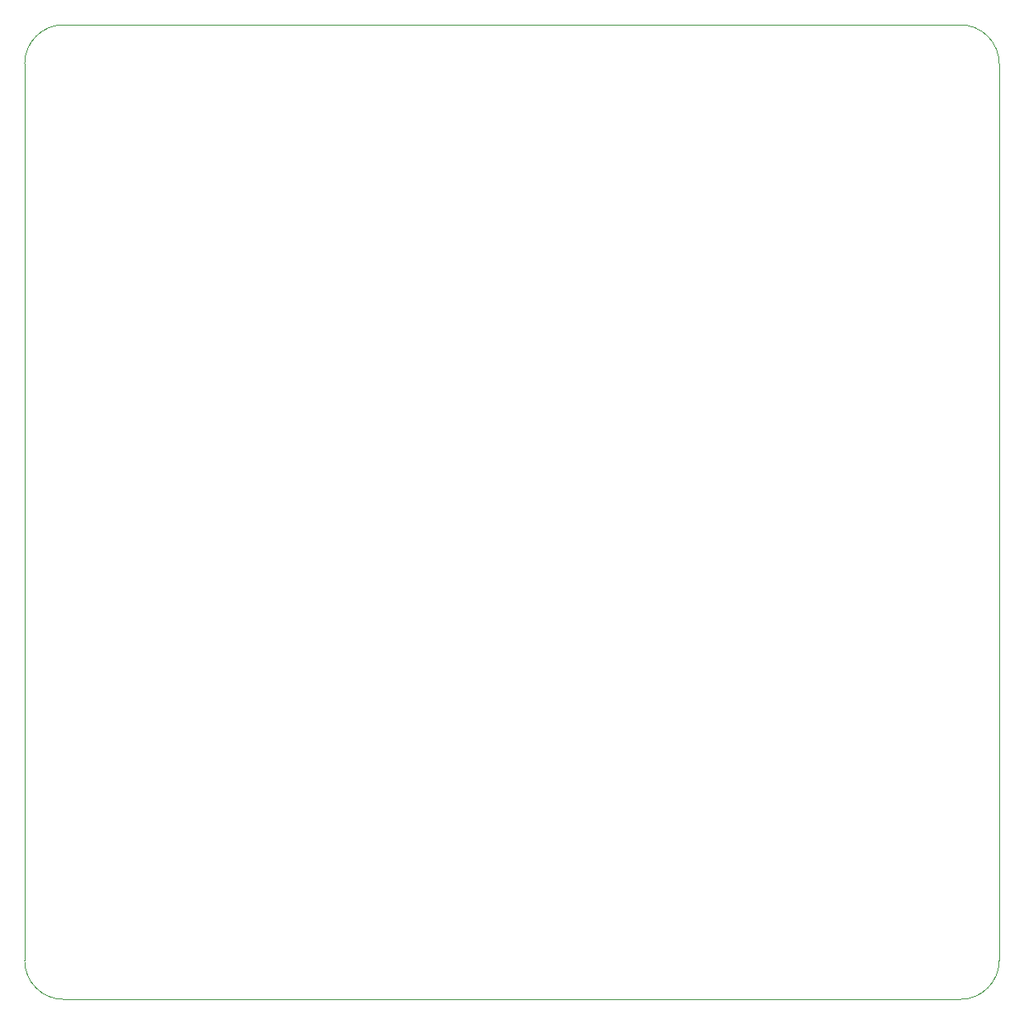
<source format=gm1>
%TF.GenerationSoftware,KiCad,Pcbnew,(5.1.10-1-10_14)*%
%TF.CreationDate,2021-08-10T22:16:19+10:00*%
%TF.ProjectId,pda6502v2,70646136-3530-4327-9632-2e6b69636164,rev?*%
%TF.SameCoordinates,Original*%
%TF.FileFunction,Profile,NP*%
%FSLAX46Y46*%
G04 Gerber Fmt 4.6, Leading zero omitted, Abs format (unit mm)*
G04 Created by KiCad (PCBNEW (5.1.10-1-10_14)) date 2021-08-10 22:16:19*
%MOMM*%
%LPD*%
G01*
G04 APERTURE LIST*
%TA.AperFunction,Profile*%
%ADD10C,0.050000*%
%TD*%
G04 APERTURE END LIST*
D10*
X194000000Y-40000000D02*
G75*
G02*
X198000000Y-44000000I0J-4000000D01*
G01*
X198000000Y-136000000D02*
G75*
G02*
X194000000Y-140000000I-4000000J0D01*
G01*
X102000000Y-140000000D02*
G75*
G02*
X98000000Y-136000000I0J4000000D01*
G01*
X98000000Y-44000000D02*
G75*
G02*
X102000000Y-40000000I4000000J0D01*
G01*
X194000000Y-40000000D02*
X102000000Y-40000000D01*
X198000000Y-136000000D02*
X198000000Y-44000000D01*
X102000000Y-140000000D02*
X194000000Y-140000000D01*
X98000000Y-44000000D02*
X98000000Y-136000000D01*
M02*

</source>
